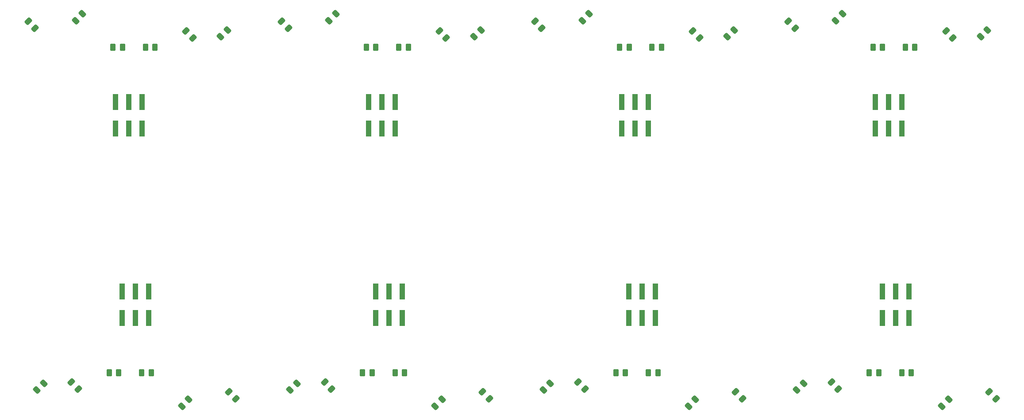
<source format=gbr>
%TF.GenerationSoftware,KiCad,Pcbnew,(6.0.7)*%
%TF.CreationDate,2022-09-13T00:00:18-06:00*%
%TF.ProjectId,MiniMageSpells-panel,4d696e69-4d61-4676-9553-70656c6c732d,1.1*%
%TF.SameCoordinates,Original*%
%TF.FileFunction,Paste,Bot*%
%TF.FilePolarity,Positive*%
%FSLAX46Y46*%
G04 Gerber Fmt 4.6, Leading zero omitted, Abs format (unit mm)*
G04 Created by KiCad (PCBNEW (6.0.7)) date 2022-09-13 00:00:18*
%MOMM*%
%LPD*%
G01*
G04 APERTURE LIST*
G04 Aperture macros list*
%AMRoundRect*
0 Rectangle with rounded corners*
0 $1 Rounding radius*
0 $2 $3 $4 $5 $6 $7 $8 $9 X,Y pos of 4 corners*
0 Add a 4 corners polygon primitive as box body*
4,1,4,$2,$3,$4,$5,$6,$7,$8,$9,$2,$3,0*
0 Add four circle primitives for the rounded corners*
1,1,$1+$1,$2,$3*
1,1,$1+$1,$4,$5*
1,1,$1+$1,$6,$7*
1,1,$1+$1,$8,$9*
0 Add four rect primitives between the rounded corners*
20,1,$1+$1,$2,$3,$4,$5,0*
20,1,$1+$1,$4,$5,$6,$7,0*
20,1,$1+$1,$6,$7,$8,$9,0*
20,1,$1+$1,$8,$9,$2,$3,0*%
G04 Aperture macros list end*
%ADD10RoundRect,0.250000X-0.262500X-0.450000X0.262500X-0.450000X0.262500X0.450000X-0.262500X0.450000X0*%
%ADD11R,1.000000X3.150000*%
%ADD12RoundRect,0.250000X0.262500X0.450000X-0.262500X0.450000X-0.262500X-0.450000X0.262500X-0.450000X0*%
%ADD13RoundRect,0.243750X0.494975X0.150260X0.150260X0.494975X-0.494975X-0.150260X-0.150260X-0.494975X0*%
%ADD14RoundRect,0.243750X-0.150260X0.494975X-0.494975X0.150260X0.150260X-0.494975X0.494975X-0.150260X0*%
%ADD15RoundRect,0.243750X0.150260X-0.494975X0.494975X-0.150260X-0.150260X0.494975X-0.494975X0.150260X0*%
%ADD16RoundRect,0.243750X-0.494975X-0.150260X-0.150260X-0.494975X0.494975X0.150260X0.150260X0.494975X0*%
G04 APERTURE END LIST*
D10*
%TO.C,R1*%
X137704429Y-58256194D03*
X139529429Y-58256194D03*
%TD*%
D11*
%TO.C,X1*%
X89903741Y-110108756D03*
X89903741Y-105058756D03*
X87363741Y-110108756D03*
X87363741Y-105058756D03*
X84823741Y-110108756D03*
X84823741Y-105058756D03*
%TD*%
D12*
%TO.C,R1*%
X181086303Y-120623376D03*
X179261303Y-120623376D03*
%TD*%
D13*
%TO.C,D1*%
X98322092Y-56429107D03*
X96996266Y-55103281D03*
%TD*%
D11*
%TO.C,X1*%
X35015991Y-68770814D03*
X35015991Y-73820814D03*
X37555991Y-68770814D03*
X37555991Y-73820814D03*
X40095991Y-68770814D03*
X40095991Y-73820814D03*
%TD*%
D10*
%TO.C,R1*%
X186172179Y-58256194D03*
X187997179Y-58256194D03*
%TD*%
D13*
%TO.C,D3*%
X68152092Y-54579107D03*
X66826266Y-53253281D03*
%TD*%
D14*
%TO.C,D2*%
X201884789Y-54916084D03*
X200558963Y-56241910D03*
%TD*%
D10*
%TO.C,R2*%
X88535803Y-120643376D03*
X90360803Y-120643376D03*
%TD*%
D11*
%TO.C,X1*%
X83483741Y-68770814D03*
X83483741Y-73820814D03*
X86023741Y-68770814D03*
X86023741Y-73820814D03*
X88563741Y-68770814D03*
X88563741Y-73820814D03*
%TD*%
D15*
%TO.C,D4*%
X144663140Y-127046289D03*
X145988966Y-125720463D03*
%TD*%
%TO.C,D2*%
X19970443Y-123963486D03*
X21296269Y-122637660D03*
%TD*%
D10*
%TO.C,R1*%
X89236679Y-58256194D03*
X91061679Y-58256194D03*
%TD*%
D15*
%TO.C,D2*%
X68438193Y-123963486D03*
X69764019Y-122637660D03*
%TD*%
D16*
%TO.C,D3*%
X202170890Y-124300463D03*
X203496716Y-125626289D03*
%TD*%
D14*
%TO.C,D2*%
X56481539Y-54916084D03*
X55155713Y-56241910D03*
%TD*%
D12*
%TO.C,R2*%
X84851679Y-58236194D03*
X83026679Y-58236194D03*
%TD*%
D14*
%TO.C,D4*%
X77192092Y-51833281D03*
X75866266Y-53159107D03*
%TD*%
D11*
%TO.C,X1*%
X186839241Y-110108756D03*
X186839241Y-105058756D03*
X184299241Y-110108756D03*
X184299241Y-105058756D03*
X181759241Y-110108756D03*
X181759241Y-105058756D03*
%TD*%
%TO.C,X1*%
X131951491Y-68770814D03*
X131951491Y-73820814D03*
X134491491Y-68770814D03*
X134491491Y-73820814D03*
X137031491Y-68770814D03*
X137031491Y-73820814D03*
%TD*%
D15*
%TO.C,D4*%
X193130890Y-127046289D03*
X194456716Y-125720463D03*
%TD*%
D13*
%TO.C,D1*%
X195257592Y-56429107D03*
X193931766Y-55103281D03*
%TD*%
D12*
%TO.C,R2*%
X181787179Y-58236194D03*
X179962179Y-58236194D03*
%TD*%
D10*
%TO.C,R2*%
X185471303Y-120643376D03*
X187296303Y-120643376D03*
%TD*%
D12*
%TO.C,R1*%
X35683053Y-120623376D03*
X33858053Y-120623376D03*
%TD*%
D10*
%TO.C,R2*%
X40068053Y-120643376D03*
X41893053Y-120643376D03*
%TD*%
D13*
%TO.C,D3*%
X116619842Y-54579107D03*
X115294016Y-53253281D03*
%TD*%
D11*
%TO.C,X1*%
X138371491Y-110108756D03*
X138371491Y-105058756D03*
X135831491Y-110108756D03*
X135831491Y-105058756D03*
X133291491Y-110108756D03*
X133291491Y-105058756D03*
%TD*%
D15*
%TO.C,D4*%
X96195390Y-127046289D03*
X97521216Y-125720463D03*
%TD*%
D14*
%TO.C,D2*%
X104949289Y-54916084D03*
X103623463Y-56241910D03*
%TD*%
%TO.C,D4*%
X125659842Y-51833281D03*
X124334016Y-53159107D03*
%TD*%
D16*
%TO.C,D1*%
X123533140Y-122450463D03*
X124858966Y-123776289D03*
%TD*%
D13*
%TO.C,D3*%
X19684342Y-54579107D03*
X18358516Y-53253281D03*
%TD*%
D16*
%TO.C,D3*%
X56767640Y-124300463D03*
X58093466Y-125626289D03*
%TD*%
D14*
%TO.C,D2*%
X153417039Y-54916084D03*
X152091213Y-56241910D03*
%TD*%
D11*
%TO.C,X1*%
X41435991Y-110108756D03*
X41435991Y-105058756D03*
X38895991Y-110108756D03*
X38895991Y-105058756D03*
X36355991Y-110108756D03*
X36355991Y-105058756D03*
%TD*%
D12*
%TO.C,R1*%
X132618553Y-120623376D03*
X130793553Y-120623376D03*
%TD*%
D13*
%TO.C,D1*%
X146789842Y-56429107D03*
X145464016Y-55103281D03*
%TD*%
%TO.C,D3*%
X165087592Y-54579107D03*
X163761766Y-53253281D03*
%TD*%
D14*
%TO.C,D4*%
X174127592Y-51833281D03*
X172801766Y-53159107D03*
%TD*%
D15*
%TO.C,D4*%
X47727640Y-127046289D03*
X49053466Y-125720463D03*
%TD*%
D16*
%TO.C,D3*%
X153703140Y-124300463D03*
X155028966Y-125626289D03*
%TD*%
D15*
%TO.C,D2*%
X165373693Y-123963486D03*
X166699519Y-122637660D03*
%TD*%
D10*
%TO.C,R1*%
X40768929Y-58256194D03*
X42593929Y-58256194D03*
%TD*%
D11*
%TO.C,X1*%
X180419241Y-68770814D03*
X180419241Y-73820814D03*
X182959241Y-68770814D03*
X182959241Y-73820814D03*
X185499241Y-68770814D03*
X185499241Y-73820814D03*
%TD*%
D14*
%TO.C,D4*%
X28724342Y-51833281D03*
X27398516Y-53159107D03*
%TD*%
D10*
%TO.C,R2*%
X137003553Y-120643376D03*
X138828553Y-120643376D03*
%TD*%
D16*
%TO.C,D1*%
X75065390Y-122450463D03*
X76391216Y-123776289D03*
%TD*%
%TO.C,D3*%
X105235390Y-124300463D03*
X106561216Y-125626289D03*
%TD*%
D13*
%TO.C,D1*%
X49854342Y-56429107D03*
X48528516Y-55103281D03*
%TD*%
D16*
%TO.C,D1*%
X26597640Y-122450463D03*
X27923466Y-123776289D03*
%TD*%
D12*
%TO.C,R2*%
X133319429Y-58236194D03*
X131494429Y-58236194D03*
%TD*%
%TO.C,R1*%
X84150803Y-120623376D03*
X82325803Y-120623376D03*
%TD*%
D15*
%TO.C,D2*%
X116905943Y-123963486D03*
X118231769Y-122637660D03*
%TD*%
D16*
%TO.C,D1*%
X172000890Y-122450463D03*
X173326716Y-123776289D03*
%TD*%
D12*
%TO.C,R2*%
X36383929Y-58236194D03*
X34558929Y-58236194D03*
%TD*%
M02*

</source>
